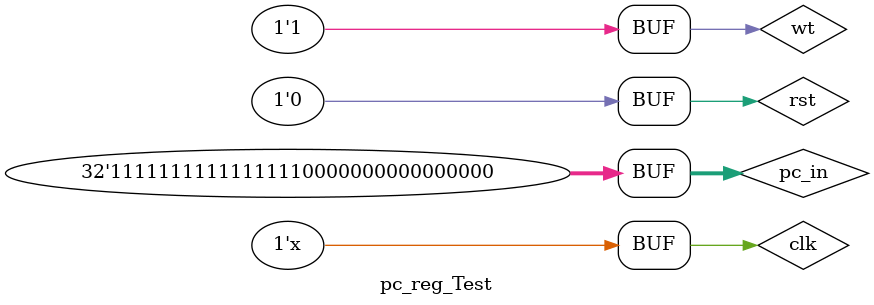
<source format=v>
`timescale 1ns / 1ps


module pc_reg_Test;

	// Inputs
	reg clk;
	reg rst;
	reg wt;
	reg [31:0] pc_in;

	// Outputs
	wire [31:0] pc_out;

	// Instantiate the Unit Under Test (UUT)
	pc_reg uut (
		.clk(clk), 
		.rst(rst), 
		.wt(wt), 
		.pc_in(pc_in), 
		.pc_out(pc_out)
	);

	initial begin
		// Initialize Inputs
		clk = 0;
		rst = 0;
		wt = 0;
		pc_in = 0;

		// Wait 100 ns for global reset to finish
		#100;
        
		// Add stimulus here
		rst = 1;#20;
		rst = 0;
		wt = 1;
		pc_in = 32'h00000004;#20;
		pc_in = 32'h00000008;#20;
		pc_in = 32'hffff0000;#20;
	end
	always begin
		clk = ~clk;#10;
	end

     
endmodule


</source>
